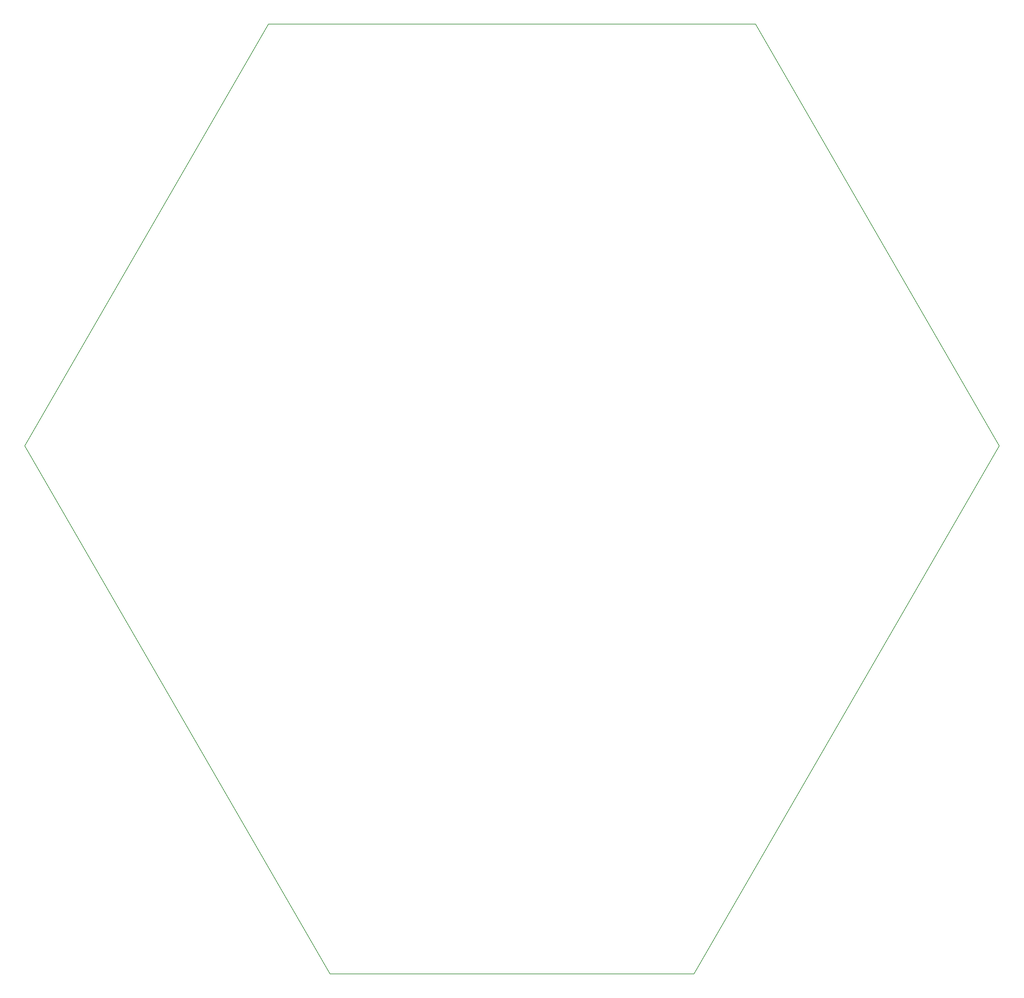
<source format=gbr>
G04 #@! TF.GenerationSoftware,KiCad,Pcbnew,(5.1.5)-3*
G04 #@! TF.CreationDate,2021-02-21T08:16:01-05:00*
G04 #@! TF.ProjectId,rainboard_newfighter,7261696e-626f-4617-9264-5f6e65776669,rev?*
G04 #@! TF.SameCoordinates,Original*
G04 #@! TF.FileFunction,Profile,NP*
%FSLAX46Y46*%
G04 Gerber Fmt 4.6, Leading zero omitted, Abs format (unit mm)*
G04 Created by KiCad (PCBNEW (5.1.5)-3) date 2021-02-21 08:16:01*
%MOMM*%
%LPD*%
G04 APERTURE LIST*
%ADD10C,0.200000*%
G04 APERTURE END LIST*
D10*
X-48593600Y-141000000D02*
X48593600Y-141000000D01*
X-130000000Y0D02*
X-48593600Y-141000000D01*
X130000000Y0D02*
X65000000Y112583300D01*
X-65000000Y112583300D02*
X-130000000Y0D01*
X48593600Y-141000000D02*
X130000000Y0D01*
X65000000Y112583300D02*
X-65000000Y112583300D01*
M02*

</source>
